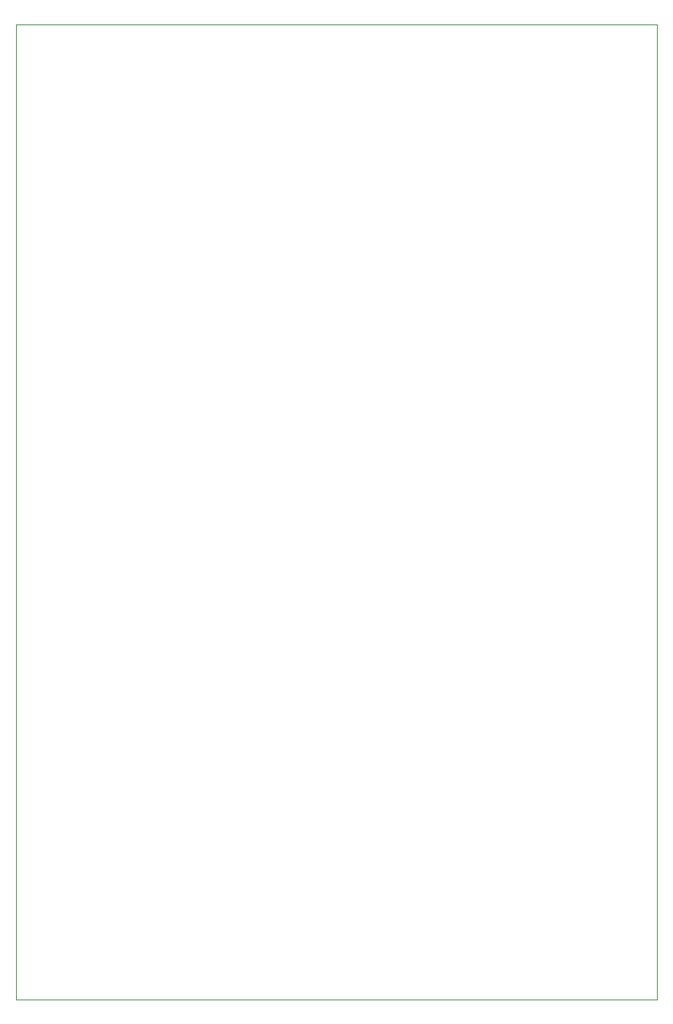
<source format=gbr>
%TF.GenerationSoftware,KiCad,Pcbnew,9.0.5*%
%TF.CreationDate,2025-12-27T15:29:38+11:00*%
%TF.ProjectId,oscillator,6f736369-6c6c-4617-946f-722e6b696361,rev?*%
%TF.SameCoordinates,Original*%
%TF.FileFunction,Profile,NP*%
%FSLAX46Y46*%
G04 Gerber Fmt 4.6, Leading zero omitted, Abs format (unit mm)*
G04 Created by KiCad (PCBNEW 9.0.5) date 2025-12-27 15:29:38*
%MOMM*%
%LPD*%
G01*
G04 APERTURE LIST*
%TA.AperFunction,Profile*%
%ADD10C,0.050000*%
%TD*%
G04 APERTURE END LIST*
D10*
X49500000Y-26000000D02*
X120500000Y-26000000D01*
X120500000Y-134000000D01*
X49500000Y-134000000D01*
X49500000Y-26000000D01*
M02*

</source>
